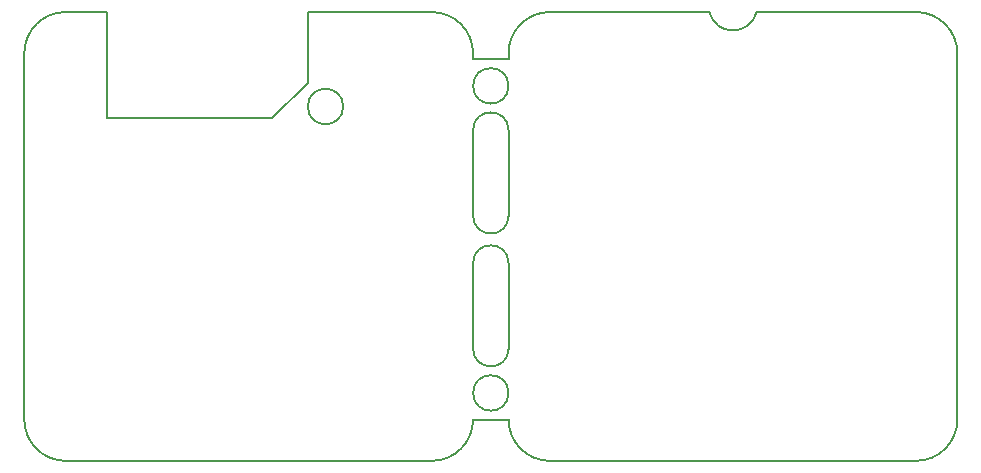
<source format=gbr>
%TF.GenerationSoftware,KiCad,Pcbnew,(5.1.8-0-10_14)*%
%TF.CreationDate,2021-02-08T17:53:51+01:00*%
%TF.ProjectId,ethersweep,65746865-7273-4776-9565-702e6b696361,rev?*%
%TF.SameCoordinates,Original*%
%TF.FileFunction,Other,ECO2*%
%FSLAX46Y46*%
G04 Gerber Fmt 4.6, Leading zero omitted, Abs format (unit mm)*
G04 Created by KiCad (PCBNEW (5.1.8-0-10_14)) date 2021-02-08 17:53:51*
%MOMM*%
%LPD*%
G01*
G04 APERTURE LIST*
%TA.AperFunction,Profile*%
%ADD10C,0.150000*%
%TD*%
G04 APERTURE END LIST*
D10*
X163500000Y-98250000D02*
G75*
G02*
X160500000Y-98250000I-1500000J0D01*
G01*
X160500000Y-91000000D02*
G75*
G02*
X163500000Y-91000000I1500000J0D01*
G01*
X163500000Y-98250000D02*
X163500000Y-91000000D01*
X160500000Y-91000000D02*
X160500000Y-98250000D01*
X160500000Y-102250000D02*
G75*
G02*
X163500000Y-102250000I1500000J0D01*
G01*
X160500000Y-102250000D02*
X160500000Y-109500000D01*
X163500000Y-109500000D02*
X163500000Y-102250000D01*
X163500000Y-109500000D02*
G75*
G02*
X160500000Y-109500000I-1500000J0D01*
G01*
X163500000Y-87250000D02*
G75*
G03*
X163500000Y-87250000I-1500000J0D01*
G01*
X163500000Y-113250000D02*
G75*
G03*
X163500000Y-113250000I-1500000J0D01*
G01*
X160500000Y-84500000D02*
X160500000Y-85000000D01*
X163500000Y-84500000D02*
X163500000Y-85000000D01*
X160500000Y-115500000D02*
X163500000Y-115500000D01*
X163500000Y-85000000D02*
X160500000Y-85000000D01*
X149500000Y-89000000D02*
G75*
G03*
X149500000Y-89000000I-1500000J0D01*
G01*
X129500000Y-90000000D02*
X129500000Y-81000000D01*
X126000000Y-81000000D02*
X129500000Y-81000000D01*
X126000000Y-81000000D02*
G75*
G03*
X122500000Y-84500000I0J-3500000D01*
G01*
X146500000Y-81000000D02*
X157000000Y-81000000D01*
X143500000Y-90000000D02*
X129500000Y-90000000D01*
X146500000Y-87000000D02*
X143500000Y-90000000D01*
X146500000Y-81000000D02*
X146500000Y-87000000D01*
X180500000Y-81000000D02*
X167000000Y-81000000D01*
X184500000Y-81000000D02*
X198000000Y-81000000D01*
X184500000Y-81000000D02*
G75*
G02*
X180500000Y-81000000I-2000000J500000D01*
G01*
X163500000Y-84500000D02*
G75*
G02*
X167000000Y-81000000I3500000J0D01*
G01*
X201500000Y-115500000D02*
G75*
G02*
X198000000Y-119000000I-3500000J0D01*
G01*
X167000000Y-119000000D02*
G75*
G02*
X163500000Y-115500000I0J3500000D01*
G01*
X167000000Y-119000000D02*
X198000000Y-119000000D01*
X198000000Y-81000000D02*
G75*
G02*
X201500000Y-84500000I0J-3500000D01*
G01*
X201500000Y-115500000D02*
X201500000Y-84500000D01*
X122500000Y-115500000D02*
X122500000Y-84500000D01*
X160500000Y-84500000D02*
G75*
G03*
X157000000Y-81000000I-3500000J0D01*
G01*
X157000000Y-119000000D02*
G75*
G03*
X160500000Y-115500000I0J3500000D01*
G01*
X122500000Y-115500000D02*
G75*
G03*
X126000000Y-119000000I3500000J0D01*
G01*
X157000000Y-119000000D02*
X126000000Y-119000000D01*
M02*

</source>
